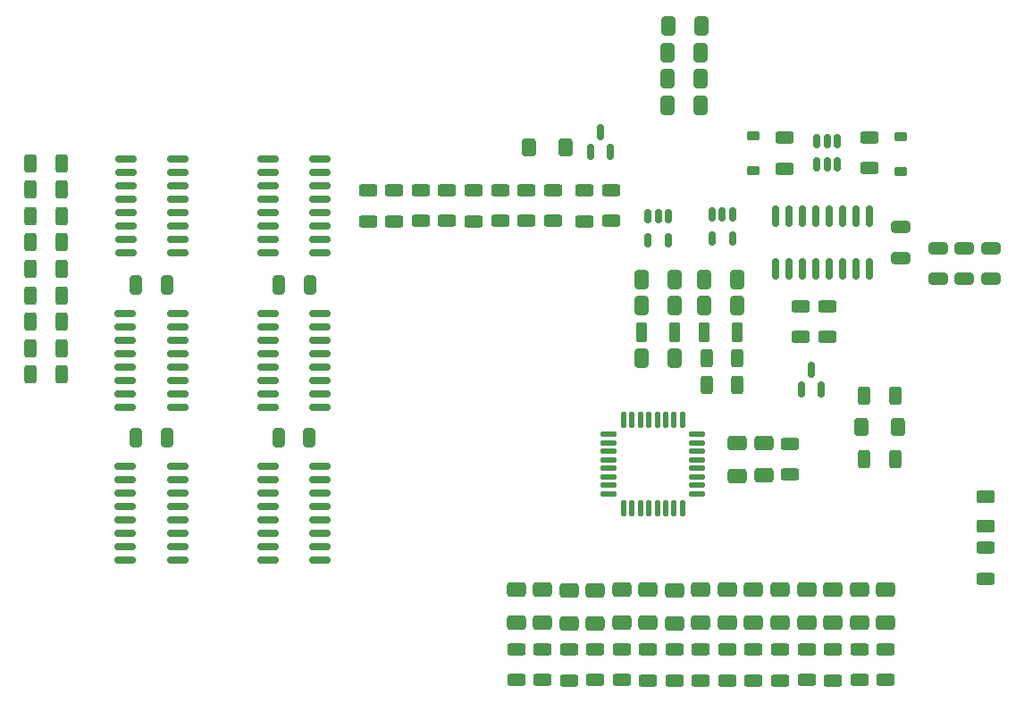
<source format=gbr>
%TF.GenerationSoftware,KiCad,Pcbnew,9.0.2-2.fc42*%
%TF.CreationDate,2025-06-06T11:43:54+08:00*%
%TF.ProjectId,wired_console_k9ay,77697265-645f-4636-9f6e-736f6c655f6b,rev?*%
%TF.SameCoordinates,Original*%
%TF.FileFunction,Paste,Top*%
%TF.FilePolarity,Positive*%
%FSLAX46Y46*%
G04 Gerber Fmt 4.6, Leading zero omitted, Abs format (unit mm)*
G04 Created by KiCad (PCBNEW 9.0.2-2.fc42) date 2025-06-06 11:43:54*
%MOMM*%
%LPD*%
G01*
G04 APERTURE LIST*
G04 Aperture macros list*
%AMRoundRect*
0 Rectangle with rounded corners*
0 $1 Rounding radius*
0 $2 $3 $4 $5 $6 $7 $8 $9 X,Y pos of 4 corners*
0 Add a 4 corners polygon primitive as box body*
4,1,4,$2,$3,$4,$5,$6,$7,$8,$9,$2,$3,0*
0 Add four circle primitives for the rounded corners*
1,1,$1+$1,$2,$3*
1,1,$1+$1,$4,$5*
1,1,$1+$1,$6,$7*
1,1,$1+$1,$8,$9*
0 Add four rect primitives between the rounded corners*
20,1,$1+$1,$2,$3,$4,$5,0*
20,1,$1+$1,$4,$5,$6,$7,0*
20,1,$1+$1,$6,$7,$8,$9,0*
20,1,$1+$1,$8,$9,$2,$3,0*%
G04 Aperture macros list end*
%ADD10RoundRect,0.250000X0.625000X-0.312500X0.625000X0.312500X-0.625000X0.312500X-0.625000X-0.312500X0*%
%ADD11RoundRect,0.250000X-0.412500X-0.650000X0.412500X-0.650000X0.412500X0.650000X-0.412500X0.650000X0*%
%ADD12RoundRect,0.250000X0.650000X-0.412500X0.650000X0.412500X-0.650000X0.412500X-0.650000X-0.412500X0*%
%ADD13RoundRect,0.150000X-0.150000X0.512500X-0.150000X-0.512500X0.150000X-0.512500X0.150000X0.512500X0*%
%ADD14RoundRect,0.150000X-0.825000X-0.150000X0.825000X-0.150000X0.825000X0.150000X-0.825000X0.150000X0*%
%ADD15RoundRect,0.150000X-0.150000X0.825000X-0.150000X-0.825000X0.150000X-0.825000X0.150000X0.825000X0*%
%ADD16RoundRect,0.150000X0.150000X-0.512500X0.150000X0.512500X-0.150000X0.512500X-0.150000X-0.512500X0*%
%ADD17RoundRect,0.125000X0.625000X0.125000X-0.625000X0.125000X-0.625000X-0.125000X0.625000X-0.125000X0*%
%ADD18RoundRect,0.125000X0.125000X0.625000X-0.125000X0.625000X-0.125000X-0.625000X0.125000X-0.625000X0*%
%ADD19RoundRect,0.250000X0.312500X0.625000X-0.312500X0.625000X-0.312500X-0.625000X0.312500X-0.625000X0*%
%ADD20RoundRect,0.250000X-0.312500X-0.625000X0.312500X-0.625000X0.312500X0.625000X-0.312500X0.625000X0*%
%ADD21RoundRect,0.250000X-0.625000X0.312500X-0.625000X-0.312500X0.625000X-0.312500X0.625000X0.312500X0*%
%ADD22RoundRect,0.150000X0.150000X-0.587500X0.150000X0.587500X-0.150000X0.587500X-0.150000X-0.587500X0*%
%ADD23RoundRect,0.250000X0.275000X0.700000X-0.275000X0.700000X-0.275000X-0.700000X0.275000X-0.700000X0*%
%ADD24RoundRect,0.250000X-0.275000X-0.700000X0.275000X-0.700000X0.275000X0.700000X-0.275000X0.700000X0*%
%ADD25RoundRect,0.250000X-0.400000X-0.600000X0.400000X-0.600000X0.400000X0.600000X-0.400000X0.600000X0*%
%ADD26RoundRect,0.250000X-0.625000X0.375000X-0.625000X-0.375000X0.625000X-0.375000X0.625000X0.375000X0*%
%ADD27RoundRect,0.250000X0.400000X0.600000X-0.400000X0.600000X-0.400000X-0.600000X0.400000X-0.600000X0*%
%ADD28RoundRect,0.225000X0.375000X-0.225000X0.375000X0.225000X-0.375000X0.225000X-0.375000X-0.225000X0*%
%ADD29RoundRect,0.250000X0.412500X0.650000X-0.412500X0.650000X-0.412500X-0.650000X0.412500X-0.650000X0*%
%ADD30RoundRect,0.250000X-0.325000X-0.650000X0.325000X-0.650000X0.325000X0.650000X-0.325000X0.650000X0*%
%ADD31RoundRect,0.250000X0.650000X-0.325000X0.650000X0.325000X-0.650000X0.325000X-0.650000X-0.325000X0*%
%ADD32RoundRect,0.250000X-0.650000X0.325000X-0.650000X-0.325000X0.650000X-0.325000X0.650000X0.325000X0*%
G04 APERTURE END LIST*
D10*
%TO.C,R17*%
X153000000Y-46037500D03*
X153000000Y-48962500D03*
%TD*%
D11*
%TO.C,C37*%
X134562500Y-67000000D03*
X131437500Y-67000000D03*
%TD*%
D12*
%TO.C,C16*%
X140500000Y-75037500D03*
X140500000Y-78162500D03*
%TD*%
D13*
%TO.C,U12*%
X133950000Y-53500000D03*
X133000000Y-53500000D03*
X132050000Y-53500000D03*
X132050000Y-55775000D03*
X133950000Y-55775000D03*
%TD*%
D14*
%TO.C,U11*%
X82500000Y-62730000D03*
X82500000Y-64000000D03*
X82500000Y-65270000D03*
X82500000Y-66540000D03*
X82500000Y-67810000D03*
X82500000Y-69080000D03*
X82500000Y-70350000D03*
X82500000Y-71620000D03*
X87450000Y-71620000D03*
X87450000Y-70350000D03*
X87450000Y-69080000D03*
X87450000Y-67810000D03*
X87450000Y-66540000D03*
X87450000Y-65270000D03*
X87450000Y-64000000D03*
X87450000Y-62730000D03*
%TD*%
%TO.C,U9*%
X96025000Y-48055000D03*
X96025000Y-49325000D03*
X96025000Y-50595000D03*
X96025000Y-51865000D03*
X96025000Y-53135000D03*
X96025000Y-54405000D03*
X96025000Y-55675000D03*
X96025000Y-56945000D03*
X100975000Y-56945000D03*
X100975000Y-55675000D03*
X100975000Y-54405000D03*
X100975000Y-53135000D03*
X100975000Y-51865000D03*
X100975000Y-50595000D03*
X100975000Y-49325000D03*
X100975000Y-48055000D03*
%TD*%
%TO.C,U8*%
X82550000Y-48055000D03*
X82550000Y-49325000D03*
X82550000Y-50595000D03*
X82550000Y-51865000D03*
X82550000Y-53135000D03*
X82550000Y-54405000D03*
X82550000Y-55675000D03*
X82550000Y-56945000D03*
X87500000Y-56945000D03*
X87500000Y-55675000D03*
X87500000Y-54405000D03*
X87500000Y-53135000D03*
X87500000Y-51865000D03*
X87500000Y-50595000D03*
X87500000Y-49325000D03*
X87500000Y-48055000D03*
%TD*%
%TO.C,U7*%
X82500000Y-77230000D03*
X82500000Y-78500000D03*
X82500000Y-79770000D03*
X82500000Y-81040000D03*
X82500000Y-82310000D03*
X82500000Y-83580000D03*
X82500000Y-84850000D03*
X82500000Y-86120000D03*
X87450000Y-86120000D03*
X87450000Y-84850000D03*
X87450000Y-83580000D03*
X87450000Y-82310000D03*
X87450000Y-81040000D03*
X87450000Y-79770000D03*
X87450000Y-78500000D03*
X87450000Y-77230000D03*
%TD*%
%TO.C,U6*%
X96025000Y-77230000D03*
X96025000Y-78500000D03*
X96025000Y-79770000D03*
X96025000Y-81040000D03*
X96025000Y-82310000D03*
X96025000Y-83580000D03*
X96025000Y-84850000D03*
X96025000Y-86120000D03*
X100975000Y-86120000D03*
X100975000Y-84850000D03*
X100975000Y-83580000D03*
X100975000Y-82310000D03*
X100975000Y-81040000D03*
X100975000Y-79770000D03*
X100975000Y-78500000D03*
X100975000Y-77230000D03*
%TD*%
%TO.C,U5*%
X96000000Y-62730000D03*
X96000000Y-64000000D03*
X96000000Y-65270000D03*
X96000000Y-66540000D03*
X96000000Y-67810000D03*
X96000000Y-69080000D03*
X96000000Y-70350000D03*
X96000000Y-71620000D03*
X100950000Y-71620000D03*
X100950000Y-70350000D03*
X100950000Y-69080000D03*
X100950000Y-67810000D03*
X100950000Y-66540000D03*
X100950000Y-65270000D03*
X100950000Y-64000000D03*
X100950000Y-62730000D03*
%TD*%
D13*
%TO.C,U4*%
X140012500Y-53312500D03*
X139062500Y-53312500D03*
X138112500Y-53312500D03*
X138112500Y-55587500D03*
X140012500Y-55587500D03*
%TD*%
D15*
%TO.C,U3*%
X153000000Y-53525000D03*
X151730000Y-53525000D03*
X150460000Y-53525000D03*
X149190000Y-53525000D03*
X147920000Y-53525000D03*
X146650000Y-53525000D03*
X145380000Y-53525000D03*
X144110000Y-53525000D03*
X144110000Y-58475000D03*
X145380000Y-58475000D03*
X146650000Y-58475000D03*
X147920000Y-58475000D03*
X149190000Y-58475000D03*
X150460000Y-58475000D03*
X151730000Y-58475000D03*
X153000000Y-58475000D03*
%TD*%
D16*
%TO.C,U2*%
X148050000Y-48637500D03*
X149000000Y-48637500D03*
X149950000Y-48637500D03*
X149950000Y-46362500D03*
X149000000Y-46362500D03*
X148050000Y-46362500D03*
%TD*%
D17*
%TO.C,U1*%
X136675000Y-79800000D03*
X136675000Y-79000000D03*
X136675000Y-78200000D03*
X136675000Y-77400000D03*
X136675000Y-76600000D03*
X136675000Y-75800000D03*
X136675000Y-75000000D03*
X136675000Y-74200000D03*
D18*
X135300000Y-72825000D03*
X134500000Y-72825000D03*
X133700000Y-72825000D03*
X132900000Y-72825000D03*
X132100000Y-72825000D03*
X131300000Y-72825000D03*
X130500000Y-72825000D03*
X129700000Y-72825000D03*
D17*
X128325000Y-74200000D03*
X128325000Y-75000000D03*
X128325000Y-75800000D03*
X128325000Y-76600000D03*
X128325000Y-77400000D03*
X128325000Y-78200000D03*
X128325000Y-79000000D03*
X128325000Y-79800000D03*
D18*
X129700000Y-81175000D03*
X130500000Y-81175000D03*
X131300000Y-81175000D03*
X132100000Y-81175000D03*
X132900000Y-81175000D03*
X133700000Y-81175000D03*
X134500000Y-81175000D03*
X135300000Y-81175000D03*
%TD*%
D19*
%TO.C,R36*%
X140500000Y-67000000D03*
X137575000Y-67000000D03*
%TD*%
D20*
%TO.C,R35*%
X137575000Y-69500000D03*
X140500000Y-69500000D03*
%TD*%
%TO.C,R34*%
X152537500Y-76500000D03*
X155462500Y-76500000D03*
%TD*%
%TO.C,R33*%
X152537500Y-70500000D03*
X155462500Y-70500000D03*
%TD*%
D10*
%TO.C,R32*%
X128500000Y-53962500D03*
X128500000Y-51037500D03*
%TD*%
%TO.C,R31*%
X126000000Y-54000000D03*
X126000000Y-51075000D03*
%TD*%
D20*
%TO.C,R30*%
X73500000Y-68500000D03*
X76425000Y-68500000D03*
%TD*%
%TO.C,R29*%
X73500000Y-66000000D03*
X76425000Y-66000000D03*
%TD*%
%TO.C,R28*%
X73500000Y-63500000D03*
X76425000Y-63500000D03*
%TD*%
%TO.C,R27*%
X73500000Y-61000000D03*
X76425000Y-61000000D03*
%TD*%
%TO.C,R26*%
X73537500Y-58500000D03*
X76462500Y-58500000D03*
%TD*%
%TO.C,R25*%
X73500000Y-56000000D03*
X76425000Y-56000000D03*
%TD*%
%TO.C,R24*%
X73500000Y-53500000D03*
X76425000Y-53500000D03*
%TD*%
%TO.C,R23*%
X73537500Y-51000000D03*
X76462500Y-51000000D03*
%TD*%
%TO.C,R22*%
X73537500Y-48500000D03*
X76462500Y-48500000D03*
%TD*%
D21*
%TO.C,R21*%
X164000000Y-84937500D03*
X164000000Y-87862500D03*
%TD*%
D10*
%TO.C,R20*%
X146500000Y-64962500D03*
X146500000Y-62037500D03*
%TD*%
%TO.C,R19*%
X149000000Y-64962500D03*
X149000000Y-62037500D03*
%TD*%
%TO.C,R18*%
X145000000Y-49000000D03*
X145000000Y-46075000D03*
%TD*%
D21*
%TO.C,R16*%
X145500000Y-75075000D03*
X145500000Y-78000000D03*
%TD*%
%TO.C,R15*%
X119540000Y-94537500D03*
X119540000Y-97462500D03*
%TD*%
%TO.C,R14*%
X122040000Y-94537500D03*
X122040000Y-97462500D03*
%TD*%
%TO.C,R13*%
X124540000Y-94575000D03*
X124540000Y-97500000D03*
%TD*%
%TO.C,R12*%
X127040000Y-94537500D03*
X127040000Y-97462500D03*
%TD*%
%TO.C,R11*%
X129540000Y-94537500D03*
X129540000Y-97462500D03*
%TD*%
%TO.C,R10*%
X132040000Y-94575000D03*
X132040000Y-97500000D03*
%TD*%
%TO.C,R9*%
X134540000Y-94575000D03*
X134540000Y-97500000D03*
%TD*%
%TO.C,R8*%
X137040000Y-94575000D03*
X137040000Y-97500000D03*
%TD*%
%TO.C,R7*%
X139540000Y-94575000D03*
X139540000Y-97500000D03*
%TD*%
%TO.C,R6*%
X142040000Y-94575000D03*
X142040000Y-97500000D03*
%TD*%
%TO.C,R5*%
X144540000Y-94575000D03*
X144540000Y-97500000D03*
%TD*%
%TO.C,R4*%
X147040000Y-94537500D03*
X147040000Y-97462500D03*
%TD*%
%TO.C,R3*%
X149540000Y-94575000D03*
X149540000Y-97500000D03*
%TD*%
%TO.C,R2*%
X152040000Y-94537500D03*
X152040000Y-97462500D03*
%TD*%
%TO.C,R1*%
X154540000Y-94537500D03*
X154540000Y-97462500D03*
%TD*%
D22*
%TO.C,Q2*%
X146550000Y-69937500D03*
X148450000Y-69937500D03*
X147500000Y-68062500D03*
%TD*%
%TO.C,Q1*%
X126550000Y-47437500D03*
X128450000Y-47437500D03*
X127500000Y-45562500D03*
%TD*%
D23*
%TO.C,L2*%
X134525000Y-64500000D03*
X131375000Y-64500000D03*
%TD*%
D24*
%TO.C,L1*%
X137350000Y-64500000D03*
X140500000Y-64500000D03*
%TD*%
D10*
%TO.C,F8*%
X123000000Y-53962500D03*
X123000000Y-51037500D03*
%TD*%
%TO.C,F7*%
X120500000Y-53962500D03*
X120500000Y-51037500D03*
%TD*%
%TO.C,F6*%
X118000000Y-53962500D03*
X118000000Y-51037500D03*
%TD*%
%TO.C,F5*%
X115500000Y-54000000D03*
X115500000Y-51075000D03*
%TD*%
%TO.C,F4*%
X113000000Y-53962500D03*
X113000000Y-51037500D03*
%TD*%
%TO.C,F3*%
X110500000Y-53962500D03*
X110500000Y-51037500D03*
%TD*%
%TO.C,F2*%
X108000000Y-54000000D03*
X108000000Y-51075000D03*
%TD*%
%TO.C,F1*%
X105500000Y-54000000D03*
X105500000Y-51075000D03*
%TD*%
D25*
%TO.C,D5*%
X120750000Y-47000000D03*
X124250000Y-47000000D03*
%TD*%
D26*
%TO.C,D4*%
X164000000Y-80100000D03*
X164000000Y-82900000D03*
%TD*%
D27*
%TO.C,D3*%
X155750000Y-73500000D03*
X152250000Y-73500000D03*
%TD*%
D28*
%TO.C,D2*%
X142000000Y-49187500D03*
X142000000Y-45887500D03*
%TD*%
%TO.C,D1*%
X156000000Y-49300000D03*
X156000000Y-46000000D03*
%TD*%
D29*
%TO.C,C35*%
X134575000Y-62000000D03*
X131450000Y-62000000D03*
%TD*%
%TO.C,C34*%
X134575000Y-59500000D03*
X131450000Y-59500000D03*
%TD*%
D11*
%TO.C,C33*%
X133937500Y-35500000D03*
X137062500Y-35500000D03*
%TD*%
%TO.C,C32*%
X133875000Y-38000000D03*
X137000000Y-38000000D03*
%TD*%
D30*
%TO.C,C31*%
X83525000Y-60000000D03*
X86475000Y-60000000D03*
%TD*%
%TO.C,C30*%
X83500000Y-74500000D03*
X86450000Y-74500000D03*
%TD*%
%TO.C,C29*%
X97000000Y-74500000D03*
X99950000Y-74500000D03*
%TD*%
%TO.C,C28*%
X97025000Y-60000000D03*
X99975000Y-60000000D03*
%TD*%
D29*
%TO.C,C26*%
X140487500Y-62000000D03*
X137362500Y-62000000D03*
%TD*%
%TO.C,C25*%
X140487500Y-59500000D03*
X137362500Y-59500000D03*
%TD*%
D31*
%TO.C,C24*%
X156000000Y-57475000D03*
X156000000Y-54525000D03*
%TD*%
D11*
%TO.C,C23*%
X133875000Y-40500000D03*
X137000000Y-40500000D03*
%TD*%
%TO.C,C22*%
X133875000Y-43000000D03*
X137000000Y-43000000D03*
%TD*%
D32*
%TO.C,C21*%
X164500000Y-56525000D03*
X164500000Y-59475000D03*
%TD*%
%TO.C,C20*%
X162000000Y-56525000D03*
X162000000Y-59475000D03*
%TD*%
%TO.C,C19*%
X159500000Y-56525000D03*
X159500000Y-59475000D03*
%TD*%
D12*
%TO.C,C17*%
X143000000Y-78100000D03*
X143000000Y-74975000D03*
%TD*%
%TO.C,C15*%
X154540000Y-92062500D03*
X154540000Y-88937500D03*
%TD*%
%TO.C,C14*%
X152040000Y-92062500D03*
X152040000Y-88937500D03*
%TD*%
%TO.C,C13*%
X149540000Y-92062500D03*
X149540000Y-88937500D03*
%TD*%
%TO.C,C12*%
X147040000Y-92062500D03*
X147040000Y-88937500D03*
%TD*%
%TO.C,C11*%
X144540000Y-92062500D03*
X144540000Y-88937500D03*
%TD*%
%TO.C,C10*%
X142040000Y-92062500D03*
X142040000Y-88937500D03*
%TD*%
%TO.C,C9*%
X139540000Y-92062500D03*
X139540000Y-88937500D03*
%TD*%
%TO.C,C8*%
X137040000Y-92062500D03*
X137040000Y-88937500D03*
%TD*%
%TO.C,C7*%
X134540000Y-92125000D03*
X134540000Y-89000000D03*
%TD*%
%TO.C,C6*%
X132040000Y-92062500D03*
X132040000Y-88937500D03*
%TD*%
%TO.C,C5*%
X129540000Y-92062500D03*
X129540000Y-88937500D03*
%TD*%
%TO.C,C4*%
X127040000Y-92125000D03*
X127040000Y-89000000D03*
%TD*%
%TO.C,C3*%
X124540000Y-92125000D03*
X124540000Y-89000000D03*
%TD*%
%TO.C,C2*%
X122040000Y-92062500D03*
X122040000Y-88937500D03*
%TD*%
%TO.C,C1*%
X119540000Y-92062500D03*
X119540000Y-88937500D03*
%TD*%
M02*

</source>
